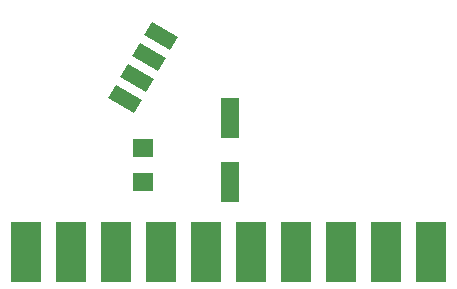
<source format=gtp>
G04 EAGLE Gerber RS-274X export*
G75*
%MOMM*%
%FSLAX34Y34*%
%LPD*%
%INTop Paste*%
%IPPOS*%
%AMOC8*
5,1,8,0,0,1.08239X$1,22.5*%
G01*
%ADD10R,2.540000X5.080000*%
%ADD11R,1.600000X3.500000*%
%ADD12R,1.270000X2.540000*%
%ADD13R,1.803000X1.600000*%


D10*
X25400Y15240D03*
X63500Y15240D03*
X101600Y15240D03*
X139700Y15240D03*
X177800Y15240D03*
X215900Y15240D03*
X254000Y15240D03*
X292100Y15240D03*
X330200Y15240D03*
X368300Y15240D03*
D11*
X198120Y128600D03*
X198120Y74600D03*
D12*
G36*
X143713Y179490D02*
X137363Y168491D01*
X115367Y181190D01*
X121717Y192189D01*
X143713Y179490D01*
G37*
G36*
X153873Y197270D02*
X147523Y186271D01*
X125527Y198970D01*
X131877Y209969D01*
X153873Y197270D01*
G37*
G36*
X133553Y161710D02*
X127203Y150711D01*
X105207Y163410D01*
X111557Y174409D01*
X133553Y161710D01*
G37*
G36*
X123393Y143930D02*
X117043Y132931D01*
X95047Y145630D01*
X101397Y156629D01*
X123393Y143930D01*
G37*
D13*
X124460Y103120D03*
X124460Y74680D03*
M02*

</source>
